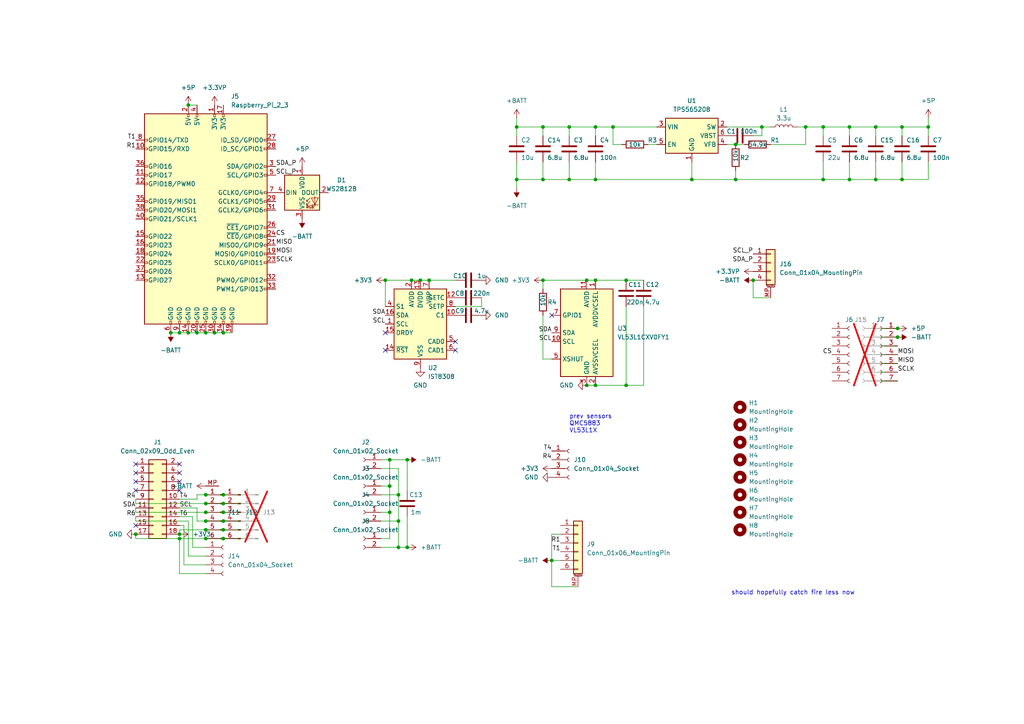
<source format=kicad_sch>
(kicad_sch (version 20230121) (generator eeschema)
  (paper "A4")
  (lib_symbols
    (symbol "Conn_01x06_Pin_1" (pin_names (offset 1.016) hide)
      (property "Reference" "J11" (at -1.27 0 0))
      (symbol "Conn_01x06_Pin_1_1_1"
        (pin passive line (at 5.08 5.08 180) (length 3.81) (name "Pin_1") (number "1"))
        (pin passive line (at 5.08 2.54 180) (length 3.81) (name "Pin_2") (number "2"))
        (pin passive line (at 5.08 0 180) (length 3.81) (name "Pin_3") (number "3"))
        (pin passive line (at 5.08 -2.54 180) (length 3.81) (name "Pin_4") (number "4"))
        (pin passive line (at 5.08 -5.08 180) (length 3.81) (name "Pin_5") (number "5"))
        (pin passive line (at 5.08 -7.62 180) (length 3.81) (name "Pin_6") (number "6"))
        (pin passive line (at 5.08 7.62 180) (length 3.81) (name "h") (number "MP"))
      )
    )
    (symbol "Connector:Conn_01x02_Socket" (pin_names (offset 1.016) hide)
      (property "Reference" "J" (at 0 2.54 0))
      (property "Value" "Conn_01x02_Socket" (at 0 -5.08 0))
      (symbol "Conn_01x02_Socket_1_1"
        (pin passive line (at -5.08 0 0) (length 3.81) (name "Pin_1") (number "1"))
        (pin passive line (at -5.08 -2.54 0) (length 3.81) (name "Pin_2") (number "2"))
      )
    )
    (symbol "Connector:Conn_01x04_Socket" (pin_names (offset 1.016) hide)
      (property "Reference" "J" (at 0 5.08 0))
      (property "Value" "Conn_01x04_Socket" (at 0 -7.62 0))
      (symbol "Conn_01x04_Socket_1_1"
        (pin passive line (at -5.08 2.54 0) (length 3.81) (name "Pin_1") (number "1"))
        (pin passive line (at -5.08 0 0) (length 3.81) (name "Pin_2") (number "2"))
        (pin passive line (at -5.08 -2.54 0) (length 3.81) (name "Pin_3") (number "3"))
        (pin passive line (at -5.08 -5.08 0) (length 3.81) (name "Pin_4") (number "4"))
      )
    )
    (symbol "Connector:Conn_01x06_Pin" (pin_names (offset 1.016) hide)
      (property "Reference" "J" (at 0 7.62 0))
      (property "Value" "Conn_01x06_Pin" (at 0 -10.16 0))
      (symbol "Conn_01x06_Pin_1_1"
        (pin passive line (at 5.08 5.08 180) (length 3.81) (name "Pin_1") (number "1"))
        (pin passive line (at 5.08 2.54 180) (length 3.81) (name "Pin_2") (number "2"))
        (pin passive line (at 5.08 0 180) (length 3.81) (name "Pin_3") (number "3"))
        (pin passive line (at 5.08 -2.54 180) (length 3.81) (name "Pin_4") (number "4"))
        (pin passive line (at 5.08 -5.08 180) (length 3.81) (name "Pin_5") (number "5"))
        (pin passive line (at 5.08 -7.62 180) (length 3.81) (name "Pin_6") (number "6"))
      )
    )
    (symbol "Connector:Conn_01x07_Socket" (pin_names (offset 1.016) hide)
      (property "Reference" "J" (at 0 10.16 0))
      (property "Value" "Conn_01x07_Socket" (at 0 -10.16 0))
      (symbol "Conn_01x07_Socket_1_1"
        (pin passive line (at -5.08 7.62 0) (length 3.81) (name "Pin_1") (number "1"))
        (pin passive line (at -5.08 5.08 0) (length 3.81) (name "Pin_2") (number "2"))
        (pin passive line (at -5.08 2.54 0) (length 3.81) (name "Pin_3") (number "3"))
        (pin passive line (at -5.08 0 0) (length 3.81) (name "Pin_4") (number "4"))
        (pin passive line (at -5.08 -2.54 0) (length 3.81) (name "Pin_5") (number "5"))
        (pin passive line (at -5.08 -5.08 0) (length 3.81) (name "Pin_6") (number "6"))
        (pin passive line (at -5.08 -7.62 0) (length 3.81) (name "Pin_7") (number "7"))
      )
    )
    (symbol "Connector:Raspberry_Pi_2_3" (pin_names (offset 1.016))
      (property "Reference" "J" (at -17.78 31.75 0))
      (property "Value" "Raspberry_Pi_2_3" (at 10.16 -31.75 0))
      (symbol "Raspberry_Pi_2_3_1_1"
        (pin power_in line (at 2.54 33.02 270) (length 2.54) (name "3V3") (number "1"))
        (pin bidirectional line (at -20.32 20.32 0) (length 2.54) (name "GPIO15/RXD") (number "10"))
        (pin bidirectional line (at -20.32 12.7 0) (length 2.54) (name "GPIO17") (number "11"))
        (pin bidirectional line (at -20.32 10.16 0) (length 2.54) (name "GPIO18/PWM0") (number "12"))
        (pin bidirectional line (at -20.32 -17.78 0) (length 2.54) (name "GPIO27") (number "13"))
        (pin power_in line (at -5.08 -33.02 90) (length 2.54) (name "GND") (number "14"))
        (pin bidirectional line (at -20.32 -5.08 0) (length 2.54) (name "GPIO22") (number "15"))
        (pin bidirectional line (at -20.32 -7.62 0) (length 2.54) (name "GPIO23") (number "16"))
        (pin power_in line (at 5.08 33.02 270) (length 2.54) (name "3V3") (number "17"))
        (pin bidirectional line (at -20.32 -10.16 0) (length 2.54) (name "GPIO24") (number "18"))
        (pin bidirectional line (at 20.32 -10.16 180) (length 2.54) (name "MOSI0/GPIO10") (number "19"))
        (pin power_in line (at -5.08 33.02 270) (length 2.54) (name "5V") (number "2"))
        (pin power_in line (at -2.54 -33.02 90) (length 2.54) (name "GND") (number "20"))
        (pin bidirectional line (at 20.32 -7.62 180) (length 2.54) (name "MISO0/GPIO9") (number "21"))
        (pin bidirectional line (at -20.32 -12.7 0) (length 2.54) (name "GPIO25") (number "22"))
        (pin bidirectional line (at 20.32 -12.7 180) (length 2.54) (name "SCLK0/GPIO11") (number "23"))
        (pin bidirectional line (at 20.32 -5.08 180) (length 2.54) (name "~{CE0}/GPIO8") (number "24"))
        (pin power_in line (at 0 -33.02 90) (length 2.54) (name "GND") (number "25"))
        (pin bidirectional line (at 20.32 -2.54 180) (length 2.54) (name "~{CE1}/GPIO7") (number "26"))
        (pin bidirectional line (at 20.32 22.86 180) (length 2.54) (name "ID_SD/GPIO0") (number "27"))
        (pin bidirectional line (at 20.32 20.32 180) (length 2.54) (name "ID_SC/GPIO1") (number "28"))
        (pin bidirectional line (at 20.32 5.08 180) (length 2.54) (name "GCLK1/GPIO5") (number "29"))
        (pin bidirectional line (at 20.32 15.24 180) (length 2.54) (name "SDA/GPIO2") (number "3"))
        (pin power_in line (at 2.54 -33.02 90) (length 2.54) (name "GND") (number "30"))
        (pin bidirectional line (at 20.32 2.54 180) (length 2.54) (name "GCLK2/GPIO6") (number "31"))
        (pin bidirectional line (at 20.32 -17.78 180) (length 2.54) (name "PWM0/GPIO12") (number "32"))
        (pin bidirectional line (at 20.32 -20.32 180) (length 2.54) (name "PWM1/GPIO13") (number "33"))
        (pin power_in line (at 5.08 -33.02 90) (length 2.54) (name "GND") (number "34"))
        (pin bidirectional line (at -20.32 5.08 0) (length 2.54) (name "GPIO19/MISO1") (number "35"))
        (pin bidirectional line (at -20.32 15.24 0) (length 2.54) (name "GPIO16") (number "36"))
        (pin bidirectional line (at -20.32 -15.24 0) (length 2.54) (name "GPIO26") (number "37"))
        (pin bidirectional line (at -20.32 2.54 0) (length 2.54) (name "GPIO20/MOSI1") (number "38"))
        (pin power_in line (at 7.62 -33.02 90) (length 2.54) (name "GND") (number "39"))
        (pin power_in line (at -2.54 33.02 270) (length 2.54) (name "5V") (number "4"))
        (pin bidirectional line (at -20.32 0 0) (length 2.54) (name "GPIO21/SCLK1") (number "40"))
        (pin bidirectional line (at 20.32 12.7 180) (length 2.54) (name "SCL/GPIO3") (number "5"))
        (pin power_in line (at -10.16 -33.02 90) (length 2.54) (name "GND") (number "6"))
        (pin bidirectional line (at 20.32 7.62 180) (length 2.54) (name "GCLK0/GPIO4") (number "7"))
        (pin bidirectional line (at -20.32 22.86 0) (length 2.54) (name "GPIO14/TXD") (number "8"))
        (pin power_in line (at -7.62 -33.02 90) (length 2.54) (name "GND") (number "9"))
      )
    )
    (symbol "Connector_Generic:Conn_02x09_Odd_Even" (pin_names (offset 1.016) hide)
      (property "Reference" "J" (at 1.27 12.7 0))
      (property "Value" "Conn_02x09_Odd_Even" (at 1.27 -12.7 0))
      (symbol "Conn_02x09_Odd_Even_1_1"
        (pin passive line (at -5.08 10.16 0) (length 3.81) (name "Pin_1") (number "1"))
        (pin passive line (at 7.62 0 180) (length 3.81) (name "Pin_10") (number "10"))
        (pin passive line (at -5.08 -2.54 0) (length 3.81) (name "Pin_11") (number "11"))
        (pin passive line (at 7.62 -2.54 180) (length 3.81) (name "Pin_12") (number "12"))
        (pin passive line (at -5.08 -5.08 0) (length 3.81) (name "Pin_13") (number "13"))
        (pin passive line (at 7.62 -5.08 180) (length 3.81) (name "Pin_14") (number "14"))
        (pin passive line (at -5.08 -7.62 0) (length 3.81) (name "Pin_15") (number "15"))
        (pin passive line (at 7.62 -7.62 180) (length 3.81) (name "Pin_16") (number "16"))
        (pin passive line (at -5.08 -10.16 0) (length 3.81) (name "Pin_17") (number "17"))
        (pin passive line (at 7.62 -10.16 180) (length 3.81) (name "Pin_18") (number "18"))
        (pin passive line (at 7.62 10.16 180) (length 3.81) (name "Pin_2") (number "2"))
        (pin passive line (at -5.08 7.62 0) (length 3.81) (name "Pin_3") (number "3"))
        (pin passive line (at 7.62 7.62 180) (length 3.81) (name "Pin_4") (number "4"))
        (pin passive line (at -5.08 5.08 0) (length 3.81) (name "Pin_5") (number "5"))
        (pin passive line (at 7.62 5.08 180) (length 3.81) (name "Pin_6") (number "6"))
        (pin passive line (at -5.08 2.54 0) (length 3.81) (name "Pin_7") (number "7"))
        (pin passive line (at 7.62 2.54 180) (length 3.81) (name "Pin_8") (number "8"))
        (pin passive line (at -5.08 0 0) (length 3.81) (name "Pin_9") (number "9"))
      )
    )
    (symbol "Connector_Generic_MountingPin:Conn_01x04_MountingPin" (pin_names (offset 1.016) hide)
      (property "Reference" "J" (at 0 5.08 0))
      (property "Value" "Conn_01x04_MountingPin" (at 1.27 -7.62 0))
      (symbol "Conn_01x04_MountingPin_1_1"
        (text "Mounting" (at 0 -6.731 0) (effects (font (size 0.381 0.381))))
        (pin passive line (at -5.08 2.54 0) (length 3.81) (name "Pin_1") (number "1"))
        (pin passive line (at -5.08 0 0) (length 3.81) (name "Pin_2") (number "2"))
        (pin passive line (at -5.08 -2.54 0) (length 3.81) (name "Pin_3") (number "3"))
        (pin passive line (at -5.08 -5.08 0) (length 3.81) (name "Pin_4") (number "4"))
        (pin passive line (at 0 -10.16 90) (length 3.048) (name "MountPin") (number "MP"))
      )
    )
    (symbol "Connector_Generic_MountingPin:Conn_01x06_MountingPin" (pin_names (offset 1.016) hide)
      (property "Reference" "J" (at 0 7.62 0))
      (property "Value" "Conn_01x06_MountingPin" (at 1.27 -10.16 0))
      (symbol "Conn_01x06_MountingPin_1_1"
        (text "Mounting" (at 0 -9.271 0) (effects (font (size 0.381 0.381))))
        (pin passive line (at -5.08 5.08 0) (length 3.81) (name "Pin_1") (number "1"))
        (pin passive line (at -5.08 2.54 0) (length 3.81) (name "Pin_2") (number "2"))
        (pin passive line (at -5.08 0 0) (length 3.81) (name "Pin_3") (number "3"))
        (pin passive line (at -5.08 -2.54 0) (length 3.81) (name "Pin_4") (number "4"))
        (pin passive line (at -5.08 -5.08 0) (length 3.81) (name "Pin_5") (number "5"))
        (pin passive line (at -5.08 -7.62 0) (length 3.81) (name "Pin_6") (number "6"))
        (pin passive line (at 0 -12.7 90) (length 3.048) (name "MountPin") (number "MP"))
      )
    )
    (symbol "Device:C" (pin_numbers hide) (pin_names (offset 0.254))
      (property "Reference" "C" (at 0.635 2.54 0))
      (property "Value" "C" (at 0.635 -2.54 0))
      (symbol "C_1_1"
        (pin passive line (at 0 3.81 270) (length 2.794) (name "~") (number "1"))
        (pin passive line (at 0 -3.81 90) (length 2.794) (name "~") (number "2"))
      )
    )
    (symbol "Device:L" (pin_numbers hide) (pin_names (offset 1.016) hide)
      (property "Reference" "L" (at -1.27 0 90))
      (property "Value" "L" (at 1.905 0 90))
      (symbol "L_1_1"
        (pin passive line (at 0 3.81 270) (length 1.27) (name "1") (number "1"))
        (pin passive line (at 0 -3.81 90) (length 1.27) (name "2") (number "2"))
      )
    )
    (symbol "Device:R" (pin_numbers hide) (pin_names (offset 0))
      (property "Reference" "R" (at 2.032 0 90))
      (property "Value" "R" (at 0 0 90))
      (symbol "R_1_1"
        (pin passive line (at 0 3.81 270) (length 1.27) (name "~") (number "1"))
        (pin passive line (at 0 -3.81 90) (length 1.27) (name "~") (number "2"))
      )
    )
    (symbol "LED:WS2812B" (pin_names (offset 0.254))
      (property "Reference" "D" (at 5.08 5.715 0))
      (property "Value" "WS2812B" (at 1.27 -5.715 0))
      (symbol "WS2812B_0_0"
        (text "RGB" (at 2.286 -4.191 0) (effects (font (size 0.762 0.762))))
      )
      (symbol "WS2812B_1_1"
        (pin power_in line (at 0 7.62 270) (length 2.54) (name "VDD") (number "1"))
        (pin output line (at 7.62 0 180) (length 2.54) (name "DOUT") (number "2"))
        (pin power_in line (at 0 -7.62 90) (length 2.54) (name "VSS") (number "3"))
        (pin input line (at -7.62 0 0) (length 2.54) (name "DIN") (number "4"))
      )
    )
    (symbol "Mechanical:MountingHole" (pin_names (offset 1.016))
      (property "Reference" "H" (at 0 5.08 0))
      (property "Value" "MountingHole" (at 0 3.175 0))
    )
    (symbol "Regulator_Switching:TPS565208"
      (property "Reference" "U" (at -7.62 6.35 0))
      (property "Value" "TPS565208" (at -2.54 6.35 0))
      (symbol "TPS565208_1_1"
        (pin power_in line (at 0 -7.62 90) (length 2.54) (name "GND") (number "1"))
        (pin output line (at 10.16 2.54 180) (length 2.54) (name "SW") (number "2"))
        (pin power_in line (at -10.16 2.54 0) (length 2.54) (name "VIN") (number "3"))
        (pin input line (at 10.16 -2.54 180) (length 2.54) (name "VFB") (number "4"))
        (pin input line (at -10.16 -2.54 0) (length 2.54) (name "EN") (number "5"))
        (pin passive line (at 10.16 0 180) (length 2.54) (name "VBST") (number "6"))
      )
    )
    (symbol "Sensor_Distance:VL53L1CXV0FY1"
      (property "Reference" "U" (at -6.35 13.97 0))
      (property "Value" "VL53L1CXV0FY1" (at 12.065 13.97 0))
      (symbol "VL53L1CXV0FY1_1_1"
        (pin power_in line (at 2.54 15.24 270) (length 2.54) (name "AVDDVCSEL") (number "1"))
        (pin input line (at -10.16 -2.54 0) (length 2.54) (name "SCL") (number "10"))
        (pin power_in line (at 0 15.24 270) (length 2.54) (name "AVDD") (number "11"))
        (pin passive line (at 0 -15.24 90) (length 2.54) hide (name "GND") (number "12"))
        (pin power_in line (at 2.54 -15.24 90) (length 2.54) (name "AVSSVCSEL") (number "2"))
        (pin power_in line (at 0 -15.24 90) (length 2.54) (name "GND") (number "3"))
        (pin passive line (at 0 -15.24 90) (length 2.54) hide (name "GND") (number "4"))
        (pin input line (at -10.16 -7.62 0) (length 2.54) (name "XSHUT") (number "5"))
        (pin passive line (at 0 -15.24 90) (length 2.54) hide (name "GND") (number "6"))
        (pin open_collector line (at -10.16 5.08 0) (length 2.54) (name "GPIO1") (number "7"))
        (pin no_connect line (at -7.62 7.62 0) (length 2.54) hide (name "DNC") (number "8"))
        (pin bidirectional line (at -10.16 0 0) (length 2.54) (name "SDA") (number "9"))
      )
    )
    (symbol "Sensor_Magnetic:IST8308"
      (property "Reference" "U2" (at 2.1941 -12.7 0))
      (property "Value" "IST8308" (at 2.1941 -15.24 0))
      (symbol "IST8308_1_1"
        (pin input line (at -10.16 0 0) (length 2.54) (name "SCL") (number "1"))
        (pin passive line (at 10.16 2.54 180) (length 2.54) (name "C1") (number "10"))
        (pin passive line (at 0 -12.7 90) (length 2.54) hide (name "VSS") (number "11"))
        (pin power_in line (at 10.16 7.62 180) (length 2.54) (name "SETC") (number "12"))
        (pin power_in line (at 0 12.7 270) (length 2.54) (name "DVDD") (number "13"))
        (pin input line (at -10.16 -7.62 0) (length 2.54) (name "~{RST}") (number "14"))
        (pin output line (at -10.16 -2.54 0) (length 2.54) (name "DRDY") (number "15"))
        (pin bidirectional line (at -10.16 2.54 0) (length 2.54) (name "SDA") (number "16"))
        (pin power_in line (at -2.54 12.7 270) (length 2.54) (name "AVDD") (number "2"))
        (pin no_connect line (at -7.62 7.62 0) (length 2.54) hide (name "NC") (number "3"))
        (pin power_in line (at -10.16 5.08 0) (length 2.54) (name "S1") (number "4"))
        (pin input line (at 10.16 -5.08 180) (length 2.54) (name "CAD0") (number "5"))
        (pin input line (at 10.16 -7.62 180) (length 2.54) (name "CAD1") (number "6"))
        (pin passive line (at 2.54 12.7 270) (length 2.54) (name "VPP") (number "7"))
        (pin power_in line (at 10.16 5.08 180) (length 2.54) (name "SETP") (number "8"))
        (pin power_in line (at 0 -12.7 90) (length 2.54) (name "VSS") (number "9"))
      )
    )
    (symbol "power:+3.3VP" (power) (pin_names (offset 0))
      (property "Value" "+3.3VP" (at 0 2.54 0))
      (symbol "+3.3VP_0_0"
        (pin power_in line (at 0 0 90) (length 0) hide (name "+3.3VP") (number "1"))
      )
    )
    (symbol "power:+3V3" (power) (pin_names (offset 0))
      (property "Value" "+3V3" (at 0 3.556 0))
      (symbol "+3V3_1_1"
        (pin power_in line (at 0 0 90) (length 0) hide (name "+3V3") (number "1"))
      )
    )
    (symbol "power:+5P" (power) (pin_names (offset 0))
      (property "Value" "+5P" (at 0 3.556 0))
      (symbol "+5P_1_1"
        (pin power_in line (at 0 0 90) (length 0) hide (name "+5P") (number "1"))
      )
    )
    (symbol "power:+BATT" (power) (pin_names (offset 0))
      (property "Value" "+BATT" (at 0 3.556 0))
      (symbol "+BATT_1_1"
        (pin power_in line (at 0 0 90) (length 0) hide (name "+BATT") (number "1"))
      )
    )
    (symbol "power:-BATT" (power) (pin_names (offset 0))
      (property "Value" "-BATT" (at 0 3.556 0))
      (symbol "-BATT_1_1"
        (pin power_in line (at 0 0 90) (length 0) hide (name "-BATT") (number "1"))
      )
    )
    (symbol "power:GND" (power) (pin_names (offset 0))
      (property "Value" "GND" (at 0 -3.81 0))
      (symbol "GND_1_1"
        (pin power_in line (at 0 0 270) (length 0) hide (name "GND") (number "1"))
      )
    )
  )
  (junction (at 64.77 143.51))
  (junction (at 52.07 156.21))
  (junction (at 113.03 148.59))
  (junction (at 170.18 111.76))
  (junction (at 254 52.07))
  (junction (at 64.77 148.59))
  (junction (at 177.8 36.83))
  (junction (at 59.69 146.05))
  (junction (at 260.35 95.25))
  (junction (at 181.61 81.28))
  (junction (at 57.15 96.52))
  (junction (at 165.1 36.83))
  (junction (at 115.57 151.13))
  (junction (at 64.77 96.52))
  (junction (at 172.72 36.83))
  (junction (at 213.36 41.91))
  (junction (at 111.76 81.28))
  (junction (at 218.44 81.28))
  (junction (at 59.69 153.67))
  (junction (at 59.69 156.21))
  (junction (at 160.02 162.56))
  (junction (at 149.86 36.83))
  (junction (at 49.53 96.52))
  (junction (at 124.46 81.28))
  (junction (at 246.38 36.83))
  (junction (at 157.48 36.83))
  (junction (at 113.03 133.35))
  (junction (at 238.76 52.07))
  (junction (at 157.48 81.28))
  (junction (at 52.07 154.94))
  (junction (at 59.69 151.13))
  (junction (at 172.72 111.76))
  (junction (at 261.62 52.07))
  (junction (at 261.62 36.83))
  (junction (at 181.61 111.76))
  (junction (at 165.1 52.07))
  (junction (at 113.03 140.97))
  (junction (at 172.72 81.28))
  (junction (at 39.37 154.94))
  (junction (at 213.36 52.07))
  (junction (at 59.69 96.52))
  (junction (at 115.57 158.75))
  (junction (at 54.61 96.52))
  (junction (at 260.35 97.79))
  (junction (at 59.69 148.59))
  (junction (at 238.76 36.83))
  (junction (at 64.77 146.05))
  (junction (at 54.61 30.48))
  (junction (at 52.07 96.52))
  (junction (at 170.18 81.28))
  (junction (at 64.77 151.13))
  (junction (at 119.38 81.28))
  (junction (at 157.48 52.07))
  (junction (at 172.72 52.07))
  (junction (at 220.98 36.83))
  (junction (at 115.57 143.51))
  (junction (at 118.11 158.75))
  (junction (at 121.92 81.28))
  (junction (at 246.38 52.07))
  (junction (at 118.11 133.35))
  (junction (at 149.86 52.07))
  (junction (at 62.23 96.52))
  (junction (at 269.24 36.83))
  (junction (at 64.77 153.67))
  (junction (at 233.68 36.83))
  (junction (at 64.77 156.21))
  (junction (at 254 36.83))
  (junction (at 59.69 143.51))
  (junction (at 200.66 52.07))
  (no_connect (at 132.08 99.06))
  (no_connect (at 160.02 91.44))
  (no_connect (at 39.37 139.7))
  (no_connect (at 39.37 152.4))
  (no_connect (at 52.07 139.7))
  (no_connect (at 39.37 134.62))
  (no_connect (at 52.07 134.62))
  (no_connect (at 111.76 101.6))
  (no_connect (at 132.08 101.6))
  (no_connect (at 52.07 142.24))
  (no_connect (at 111.76 96.52))
  (no_connect (at 39.37 142.24))
  (no_connect (at 39.37 137.16))
  (no_connect (at 52.07 137.16))
  (wire (pts (xy 177.8 36.83) (xy 190.5 36.83)))
  (wire (pts (xy 213.36 41.91) (xy 215.9 41.91)))
  (wire (pts (xy 261.62 46.99) (xy 261.62 52.07)))
  (wire (pts (xy 111.76 81.28) (xy 119.38 81.28)))
  (wire (pts (xy 255.27 100.33) (xy 260.35 100.33)))
  (wire (pts (xy 255.27 95.25) (xy 260.35 95.25)))
  (wire (pts (xy 246.38 36.83) (xy 246.38 39.37)))
  (wire (pts (xy 246.38 52.07) (xy 254 52.07)))
  (wire (pts (xy 110.49 158.75) (xy 115.57 158.75)))
  (wire (pts (xy 180.34 41.91) (xy 177.8 41.91)))
  (wire (pts (xy 233.68 36.83) (xy 231.14 36.83)))
  (wire (pts (xy 132.08 88.9) (xy 139.7 88.9)))
  (wire (pts (xy 165.1 36.83) (xy 157.48 36.83)))
  (wire (pts (xy 59.69 96.52) (xy 62.23 96.52)))
  (wire (pts (xy 157.48 83.82) (xy 157.48 81.28)))
  (wire (pts (xy 186.69 111.76) (xy 186.69 88.9)))
  (wire (pts (xy 149.86 36.83) (xy 149.86 39.37)))
  (wire (pts (xy 57.15 147.32) (xy 57.15 151.13)))
  (wire (pts (xy 157.48 36.83) (xy 157.48 39.37)))
  (wire (pts (xy 172.72 36.83) (xy 172.72 39.37)))
  (wire (pts (xy 255.27 102.87) (xy 260.35 102.87)))
  (wire (pts (xy 172.72 81.28) (xy 181.61 81.28)))
  (wire (pts (xy 110.49 133.35) (xy 113.03 133.35)))
  (wire (pts (xy 238.76 36.83) (xy 246.38 36.83)))
  (wire (pts (xy 157.48 52.07) (xy 157.48 46.99)))
  (wire (pts (xy 39.37 154.94) (xy 39.37 156.21)))
  (wire (pts (xy 64.77 153.67) (xy 69.85 153.67)))
  (wire (pts (xy 59.69 143.51) (xy 64.77 143.51)))
  (wire (pts (xy 149.86 52.07) (xy 149.86 54.61)))
  (wire (pts (xy 254 39.37) (xy 254 36.83)))
  (wire (pts (xy 223.52 86.36) (xy 218.44 86.36)))
  (wire (pts (xy 238.76 36.83) (xy 238.76 39.37)))
  (wire (pts (xy 52.07 147.32) (xy 57.15 147.32)))
  (wire (pts (xy 39.37 156.21) (xy 52.07 156.21)))
  (wire (pts (xy 52.07 153.67) (xy 52.07 154.94)))
  (wire (pts (xy 59.69 153.67) (xy 52.07 153.67)))
  (wire (pts (xy 54.61 151.13) (xy 54.61 161.29)))
  (wire (pts (xy 52.07 166.37) (xy 59.69 166.37)))
  (wire (pts (xy 49.53 96.52) (xy 52.07 96.52)))
  (wire (pts (xy 124.46 81.28) (xy 132.08 81.28)))
  (wire (pts (xy 62.23 96.52) (xy 64.77 96.52)))
  (wire (pts (xy 210.82 36.83) (xy 220.98 36.83)))
  (wire (pts (xy 59.69 153.67) (xy 64.77 153.67)))
  (wire (pts (xy 181.61 111.76) (xy 186.69 111.76)))
  (wire (pts (xy 149.86 36.83) (xy 157.48 36.83)))
  (wire (pts (xy 52.07 144.78) (xy 57.15 144.78)))
  (wire (pts (xy 157.48 52.07) (xy 165.1 52.07)))
  (wire (pts (xy 118.11 133.35) (xy 118.11 142.24)))
  (wire (pts (xy 160.02 162.56) (xy 160.02 154.94)))
  (wire (pts (xy 52.07 156.21) (xy 59.69 156.21)))
  (wire (pts (xy 269.24 46.99) (xy 269.24 52.07)))
  (wire (pts (xy 254 36.83) (xy 261.62 36.83)))
  (wire (pts (xy 255.27 110.49) (xy 260.35 110.49)))
  (wire (pts (xy 238.76 46.99) (xy 238.76 52.07)))
  (wire (pts (xy 139.7 88.9) (xy 139.7 86.36)))
  (wire (pts (xy 115.57 158.75) (xy 118.11 158.75)))
  (wire (pts (xy 39.37 144.78) (xy 39.37 146.05)))
  (wire (pts (xy 220.98 39.37) (xy 220.98 36.83)))
  (wire (pts (xy 64.77 148.59) (xy 69.85 148.59)))
  (wire (pts (xy 269.24 36.83) (xy 269.24 39.37)))
  (wire (pts (xy 170.18 81.28) (xy 172.72 81.28)))
  (wire (pts (xy 165.1 46.99) (xy 165.1 52.07)))
  (wire (pts (xy 54.61 30.48) (xy 57.15 30.48)))
  (wire (pts (xy 115.57 143.51) (xy 115.57 151.13)))
  (wire (pts (xy 177.8 41.91) (xy 177.8 36.83)))
  (wire (pts (xy 149.86 34.29) (xy 149.86 36.83)))
  (wire (pts (xy 172.72 36.83) (xy 165.1 36.83)))
  (wire (pts (xy 233.68 36.83) (xy 238.76 36.83)))
  (wire (pts (xy 55.88 149.86) (xy 55.88 158.75)))
  (wire (pts (xy 39.37 151.13) (xy 54.61 151.13)))
  (wire (pts (xy 64.77 146.05) (xy 69.85 146.05)))
  (wire (pts (xy 64.77 151.13) (xy 69.85 151.13)))
  (wire (pts (xy 172.72 52.07) (xy 200.66 52.07)))
  (wire (pts (xy 218.44 86.36) (xy 218.44 81.28)))
  (wire (pts (xy 53.34 163.83) (xy 59.69 163.83)))
  (wire (pts (xy 149.86 46.99) (xy 149.86 52.07)))
  (wire (pts (xy 181.61 88.9) (xy 181.61 111.76)))
  (wire (pts (xy 57.15 96.52) (xy 59.69 96.52)))
  (wire (pts (xy 157.48 91.44) (xy 157.48 104.14)))
  (wire (pts (xy 177.8 36.83) (xy 172.72 36.83)))
  (wire (pts (xy 246.38 52.07) (xy 246.38 46.99)))
  (wire (pts (xy 59.69 148.59) (xy 64.77 148.59)))
  (wire (pts (xy 246.38 36.83) (xy 254 36.83)))
  (wire (pts (xy 59.69 146.05) (xy 64.77 146.05)))
  (wire (pts (xy 119.38 81.28) (xy 121.92 81.28)))
  (wire (pts (xy 53.34 152.4) (xy 53.34 163.83)))
  (wire (pts (xy 54.61 161.29) (xy 59.69 161.29)))
  (wire (pts (xy 110.49 148.59) (xy 113.03 148.59)))
  (wire (pts (xy 57.15 144.78) (xy 57.15 143.51)))
  (wire (pts (xy 59.69 156.21) (xy 64.77 156.21)))
  (wire (pts (xy 115.57 135.89) (xy 115.57 143.51)))
  (wire (pts (xy 213.36 49.53) (xy 213.36 52.07)))
  (wire (pts (xy 165.1 52.07) (xy 172.72 52.07)))
  (wire (pts (xy 64.77 96.52) (xy 67.31 96.52)))
  (wire (pts (xy 172.72 46.99) (xy 172.72 52.07)))
  (wire (pts (xy 255.27 97.79) (xy 260.35 97.79)))
  (wire (pts (xy 160.02 162.56) (xy 162.56 162.56)))
  (wire (pts (xy 39.37 147.32) (xy 39.37 148.59)))
  (wire (pts (xy 170.18 111.76) (xy 172.72 111.76)))
  (wire (pts (xy 149.86 52.07) (xy 157.48 52.07)))
  (wire (pts (xy 59.69 151.13) (xy 64.77 151.13)))
  (wire (pts (xy 39.37 149.86) (xy 39.37 151.13)))
  (wire (pts (xy 64.77 143.51) (xy 69.85 143.51)))
  (wire (pts (xy 118.11 149.86) (xy 118.11 158.75)))
  (wire (pts (xy 254 52.07) (xy 261.62 52.07)))
  (wire (pts (xy 54.61 96.52) (xy 57.15 96.52)))
  (wire (pts (xy 255.27 107.95) (xy 260.35 107.95)))
  (wire (pts (xy 210.82 41.91) (xy 213.36 41.91)))
  (wire (pts (xy 110.49 151.13) (xy 115.57 151.13)))
  (wire (pts (xy 110.49 140.97) (xy 113.03 140.97)))
  (wire (pts (xy 261.62 36.83) (xy 261.62 39.37)))
  (wire (pts (xy 113.03 148.59) (xy 113.03 140.97)))
  (wire (pts (xy 261.62 36.83) (xy 269.24 36.83)))
  (wire (pts (xy 255.27 105.41) (xy 260.35 105.41)))
  (wire (pts (xy 165.1 36.83) (xy 165.1 39.37)))
  (wire (pts (xy 223.52 41.91) (xy 233.68 41.91)))
  (wire (pts (xy 52.07 149.86) (xy 55.88 149.86)))
  (wire (pts (xy 218.44 39.37) (xy 220.98 39.37)))
  (wire (pts (xy 254 46.99) (xy 254 52.07)))
  (wire (pts (xy 157.48 81.28) (xy 170.18 81.28)))
  (wire (pts (xy 55.88 158.75) (xy 59.69 158.75)))
  (wire (pts (xy 121.92 81.28) (xy 124.46 81.28)))
  (wire (pts (xy 113.03 140.97) (xy 113.03 133.35)))
  (wire (pts (xy 160.02 154.94) (xy 162.56 154.94)))
  (wire (pts (xy 160.02 170.18) (xy 167.64 170.18)))
  (wire (pts (xy 181.61 81.28) (xy 186.69 81.28)))
  (wire (pts (xy 213.36 52.07) (xy 238.76 52.07)))
  (wire (pts (xy 39.37 146.05) (xy 59.69 146.05)))
  (wire (pts (xy 200.66 52.07) (xy 213.36 52.07)))
  (wire (pts (xy 110.49 156.21) (xy 113.03 156.21)))
  (wire (pts (xy 113.03 133.35) (xy 118.11 133.35)))
  (wire (pts (xy 115.57 158.75) (xy 115.57 151.13)))
  (wire (pts (xy 160.02 162.56) (xy 160.02 170.18)))
  (wire (pts (xy 110.49 143.51) (xy 115.57 143.51)))
  (wire (pts (xy 57.15 151.13) (xy 59.69 151.13)))
  (wire (pts (xy 233.68 41.91) (xy 233.68 36.83)))
  (wire (pts (xy 220.98 36.83) (xy 223.52 36.83)))
  (wire (pts (xy 52.07 156.21) (xy 52.07 166.37)))
  (wire (pts (xy 52.07 152.4) (xy 53.34 152.4)))
  (wire (pts (xy 110.49 135.89) (xy 115.57 135.89)))
  (wire (pts (xy 111.76 88.9) (xy 111.76 81.28)))
  (wire (pts (xy 172.72 111.76) (xy 181.61 111.76)))
  (wire (pts (xy 261.62 52.07) (xy 269.24 52.07)))
  (wire (pts (xy 238.76 52.07) (xy 246.38 52.07)))
  (wire (pts (xy 39.37 148.59) (xy 59.69 148.59)))
  (wire (pts (xy 157.48 104.14) (xy 160.02 104.14)))
  (wire (pts (xy 200.66 46.99) (xy 200.66 52.07)))
  (wire (pts (xy 187.96 41.91) (xy 190.5 41.91)))
  (wire (pts (xy 64.77 156.21) (xy 69.85 156.21)))
  (wire (pts (xy 57.15 143.51) (xy 59.69 143.51)))
  (wire (pts (xy 52.07 96.52) (xy 54.61 96.52)))
  (wire (pts (xy 269.24 34.29) (xy 269.24 36.83)))
  (wire (pts (xy 113.03 156.21) (xy 113.03 148.59)))
  (text "prev sensors\nQMC5883\nVL53L1X" (at 165.1 125.73 0) (effects (font (size 1.27 1.27)) (justify left bottom)))
  (text "should hopefully catch fire less now" (at 212.09 172.72 0) (effects (font (size 1.27 1.27)) (justify left bottom)))
  (label "R6" (at 39.37 149.86 180))
  (label "SDA" (at 160.02 96.52 180))
  (label "R4" (at 39.37 144.78 180))
  (label "T1" (at 162.56 160.02 180))
  (label "R4" (at 160.02 133.35 180))
  (label "T4" (at 52.07 144.78 0))
  (label "T6" (at 52.07 149.86 0))
  (label "CS" (at 241.3 102.87 180))
  (label "SCL" (at 52.07 147.32 0))
  (label "R1" (at 162.56 157.48 180))
  (label "MISO" (at 260.35 105.41 0))
  (label "SDA_P" (at 80.01 48.26 0))
  (label "SCL_P" (at 80.01 50.8 0))
  (label "SCL_P" (at 218.44 73.66 180))
  (label "SCLK" (at 80.01 76.2 0))
  (label "SCL" (at 160.02 99.06 180))
  (label "SDA_P" (at 218.44 76.2 180))
  (label "MOSI" (at 80.01 73.66 0))
  (label "MISO" (at 80.01 71.12 0))
  (label "SCL" (at 111.76 93.98 180))
  (label "T4" (at 160.02 130.81 180))
  (label "MOSI" (at 260.35 102.87 0))
  (label "CS" (at 80.01 68.58 0))
  (label "SDA" (at 111.76 91.44 180))
  (label "R1" (at 39.37 43.18 180))
  (label "T1" (at 39.37 40.64 180))
  (label "SCLK" (at 260.35 107.95 0))
  (label "SDA" (at 39.37 147.32 180))
  (symbol (lib_id "Connector:Conn_01x04_Socket") (at 64.77 161.29 0) (unit 1)
    (property "Reference" "J14" (at 66.04 161.29 0) (effects (justify left)))
    (property "Value" "Conn_01x04_Socket" (at 66.04 163.83 0) (effects (justify left)))
    (property "Footprint" "Connector_PinSocket_2.54mm:PinSocket_1x04_P2.54mm_Vertical" (effects hide))
  )
  (symbol (lib_id "Device:L") (at 227.33 36.83 90) (unit 1)
    (property "Reference" "L1" (at 227.33 31.75 90))
    (property "Value" "3.3u" (at 227.33 34.29 90))
    (property "Footprint" "Inductor_SMD:L_Sunlord_MWSA0603S" (effects hide))
  )
  (symbol (lib_id "Mechanical:MountingHole") (at 214.63 123.19 0) (unit 1)
    (property "Reference" "H2" (at 217.17 121.92 0) (effects (justify left)))
    (property "Value" "MountingHole" (at 217.17 124.46 0) (effects (justify left)))
    (property "Footprint" "MountingHole:MountingHole_2.2mm_M2" (effects hide))
  )
  (symbol (lib_id "Connector:Conn_01x02_Socket") (at 105.41 140.97 0) (mirror y) (unit 1)
    (property "Reference" "J3" (at 106.045 135.89 0))
    (property "Value" "Conn_01x02_Socket" (at 106.045 138.43 0))
    (property "Footprint" "RCconn:XT-60_male" (effects hide))
  )
  (symbol (lib_id "power:+3.3VP") (at 218.44 78.74 90) (unit 1)
    (property "Reference" "#PWR025" (effects hide))
    (property "Value" "+3.3VP" (at 214.63 78.74 90) (effects (justify left)))
  )
  (symbol (lib_id "power:-BATT") (at 49.53 96.52 180) (unit 1)
    (property "Reference" "#PWR08" (effects hide))
    (property "Value" "-BATT" (at 49.53 101.6 0))
  )
  (symbol (lib_id "Connector:Conn_01x02_Socket") (at 105.41 133.35 0) (mirror y) (unit 1)
    (property "Reference" "J2" (at 106.045 128.27 0))
    (property "Value" "Conn_01x02_Socket" (at 106.045 130.81 0))
    (property "Footprint" "RCconn:XT-60_male" (effects hide))
  )
  (symbol (lib_id "power:GND") (at 139.7 81.28 90) (unit 1)
    (property "Reference" "#PWR017" (effects hide))
    (property "Value" "GND" (at 143.51 81.28 90) (effects (justify right)))
  )
  (symbol (lib_id "Mechanical:MountingHole") (at 214.63 148.59 0) (unit 1)
    (property "Reference" "H7" (at 217.17 147.32 0) (effects (justify left)))
    (property "Value" "MountingHole" (at 217.17 149.86 0) (effects (justify left)))
    (property "Footprint" "MountingHole:MountingHole_4.3mm_M4" (effects hide))
  )
  (symbol (lib_id "Device:C") (at 135.89 91.44 90) (unit 1)
    (property "Reference" "C9" (at 133.35 90.17 90))
    (property "Value" "4.7u" (at 139.7 90.17 90))
    (property "Footprint" "Resistor_SMD:R_0603_1608Metric" (effects hide))
  )
  (symbol (lib_id "Device:R") (at 213.36 45.72 180) (unit 1)
    (property "Reference" "R2" (at 214.63 45.72 0) (effects (justify right)))
    (property "Value" "10k" (at 213.36 46.99 90) (effects (justify right)))
    (property "Footprint" "Resistor_SMD:R_0402_1005Metric" (effects hide))
  )
  (symbol (lib_id "Connector_Generic:Conn_02x09_Odd_Even") (at 44.45 144.78 0) (unit 1)
    (property "Reference" "J1" (at 45.72 128.27 0))
    (property "Value" "Conn_02x09_Odd_Even" (at 45.72 130.81 0))
    (property "Footprint" "Connector_PinHeader_2.54mm:PinHeader_2x09_P2.54mm_Vertical" (effects hide))
  )
  (symbol (lib_id "Sensor_Magnetic:IST8308") (at 121.92 93.98 0) (unit 1)
    (property "Reference" "U2" (at 124.1141 106.68 0) (effects (justify left)))
    (property "Value" "IST8308" (at 124.1141 109.22 0) (effects (justify left)))
    (property "Footprint" "Package_LGA:LGA-16_3x3mm_P0.5mm" (effects hide))
    (property "Datasheet" "http://www.isentek.com/en/dlf.php?file=../ISENTEK/(201703-20)IST8308%20Datasheet%20v1.0_brief.pdf" (effects hide))
  )
  (symbol (lib_id "power:-BATT") (at 149.86 54.61 180) (unit 1)
    (property "Reference" "#PWR07" (effects hide))
    (property "Value" "-BATT" (at 149.86 59.69 0))
  )
  (symbol (lib_id "Connector:Conn_01x02_Socket") (at 105.41 148.59 0) (mirror y) (unit 1)
    (property "Reference" "J4" (at 106.045 143.51 0))
    (property "Value" "Conn_01x02_Socket" (at 106.045 146.05 0))
    (property "Footprint" "RCconn:XT-60_male" (effects hide))
  )
  (symbol (lib_id "Device:C") (at 165.1 43.18 0) (unit 1)
    (property "Reference" "C3" (at 166.37 40.64 0) (effects (justify left)))
    (property "Value" "6.8u" (at 166.37 45.72 0) (effects (justify left)))
    (property "Footprint" "Capacitor_SMD:C_0805_2012Metric" (effects hide))
  )
  (symbol (lib_id "Connector:Conn_01x02_Socket") (at 105.41 156.21 0) (mirror y) (unit 1)
    (property "Reference" "J8" (at 106.045 151.13 0))
    (property "Value" "Conn_01x02_Socket" (at 106.045 153.67 0))
    (property "Footprint" "RCconn:XT-60_male" (effects hide))
  )
  (symbol (lib_id "Mechanical:MountingHole") (at 214.63 153.67 0) (unit 1)
    (property "Reference" "H8" (at 217.17 152.4 0) (effects (justify left)))
    (property "Value" "MountingHole" (at 217.17 154.94 0) (effects (justify left)))
    (property "Footprint" "MountingHole:MountingHole_4.3mm_M4" (effects hide))
  )
  (symbol (lib_id "power:-BATT") (at 218.44 81.28 90) (unit 1)
    (property "Reference" "#PWR026" (effects hide))
    (property "Value" "-BATT" (at 214.63 81.28 90) (effects (justify left)))
  )
  (symbol (lib_id "Regulator_Switching:TPS565208") (at 200.66 39.37 0) (unit 1)
    (property "Reference" "U1" (at 200.66 29.21 0))
    (property "Value" "TPS565208" (at 200.66 31.75 0))
    (property "Footprint" "Package_TO_SOT_SMD:SOT-23-6" (effects hide))
    (property "Datasheet" "http://www.ti.com/lit/ds/symlink/tps565208.pdf" (effects hide))
  )
  (symbol (lib_id "power:+5P") (at 269.24 34.29 0) (unit 1)
    (property "Reference" "#PWR04" (effects hide))
    (property "Value" "+5P" (at 269.24 29.21 0))
  )
  (symbol (lib_id "Device:C") (at 214.63 39.37 90) (unit 1)
    (property "Reference" "C1" (at 212.09 38.1 90))
    (property "Value" "100n" (at 217.17 38.1 90))
    (property "Footprint" "Capacitor_SMD:C_0402_1005Metric" (effects hide))
  )
  (symbol (lib_id "power:+5P") (at 87.63 48.26 0) (unit 1)
    (property "Reference" "#PWR023" (effects hide))
    (property "Value" "+5P" (at 87.63 43.18 0))
  )
  (symbol (lib_id "Connector:Conn_01x06_Pin") (at 74.93 148.59 0) (mirror y) (unit 1) (on_board no) (dnp yes)
    (property "Reference" "J13" (at 76.2 148.59 0) (effects (justify right)))
    (property "Value" "Conn_01x06_Pin" (effects hide))
    (property "Footprint" "Connector_FFC-FPC:TE_84952-6_1x06-1MP_P1.0mm_Horizontal" (effects hide))
  )
  (symbol (lib_id "power:-BATT") (at 260.35 97.79 270) (unit 1)
    (property "Reference" "#PWR09" (effects hide))
    (property "Value" "-BATT" (at 264.16 97.79 90) (effects (justify left)))
  )
  (symbol (lib_id "Mechanical:MountingHole") (at 214.63 133.35 0) (unit 1)
    (property "Reference" "H4" (at 217.17 132.08 0) (effects (justify left)))
    (property "Value" "MountingHole" (at 217.17 134.62 0) (effects (justify left)))
    (property "Footprint" "MountingHole:MountingHole_2.2mm_M2" (effects hide))
  )
  (symbol (lib_id "power:GND") (at 139.7 91.44 90) (unit 1)
    (property "Reference" "#PWR016" (effects hide))
    (property "Value" "GND" (at 143.51 91.44 90) (effects (justify right)))
  )
  (symbol (lib_id "Connector:Conn_01x07_Socket") (at 250.19 102.87 0) (mirror y) (unit 1) (on_board no) (dnp yes)
    (property "Reference" "J15" (at 251.46 92.71 0) (effects (justify left)))
    (property "Value" "Conn_01x07_Socket" (effects hide))
    (property "Footprint" "Connector_PinSocket_2.54mm:PinSocket_1x07_P2.54mm_Vertical_SMD_Pin1Left" (effects hide))
  )
  (symbol (lib_id "Sensor_Distance:VL53L1CXV0FY1") (at 170.18 96.52 0) (unit 1)
    (property "Reference" "U3" (at 179.07 95.25 0) (effects (justify left)))
    (property "Value" "VL53L1CXV0FY1" (at 179.07 97.79 0) (effects (justify left)))
    (property "Footprint" "Sensor_Distance:ST_VL53L1x" (effects hide))
    (property "Datasheet" "https://www.st.com/resource/en/datasheet/vl53l1x.pdf" (effects hide))
  )
  (symbol (lib_id "power:+5P") (at 260.35 95.25 270) (unit 1)
    (property "Reference" "#PWR05" (effects hide))
    (property "Value" "+5P" (at 264.16 95.25 90) (effects (justify left)))
  )
  (symbol (lib_id "Device:C") (at 238.76 43.18 0) (unit 1)
    (property "Reference" "C5" (at 240.03 40.64 0) (effects (justify left)))
    (property "Value" "22u" (at 240.03 45.72 0) (effects (justify left)))
    (property "Footprint" "Capacitor_SMD:CP_Elec_5x5.4" (effects hide))
  )
  (symbol (lib_id "power:-BATT") (at 87.63 63.5 180) (unit 1)
    (property "Reference" "#PWR024" (effects hide))
    (property "Value" "-BATT" (at 87.63 68.58 0))
  )
  (symbol (lib_id "LED:WS2812B") (at 87.63 55.88 0) (unit 1)
    (property "Reference" "D1" (at 99.06 52.2321 0))
    (property "Value" "WS2812B" (at 99.06 54.7721 0))
    (property "Footprint" "LED_SMD:LED_WS2812B-2020_PLCC4_2.0x2.0mm" (effects hide))
    (property "Datasheet" "https://cdn-shop.adafruit.com/datasheets/WS2812B.pdf" (effects hide))
  )
  (symbol (lib_id "Mechanical:MountingHole") (at 214.63 138.43 0) (unit 1)
    (property "Reference" "H5" (at 217.17 137.16 0) (effects (justify left)))
    (property "Value" "MountingHole" (at 217.17 139.7 0) (effects (justify left)))
    (property "Footprint" "MountingHole:MountingHole_4.3mm_M4" (effects hide))
  )
  (symbol (lib_id "Device:C") (at 269.24 43.18 0) (unit 1)
    (property "Reference" "C7" (at 270.51 40.64 0) (effects (justify left)))
    (property "Value" "100n" (at 270.51 45.72 0) (effects (justify left)))
    (property "Footprint" "Capacitor_SMD:C_0402_1005Metric" (effects hide))
  )
  (symbol (lib_id "power:GND") (at 160.02 138.43 270) (unit 1)
    (property "Reference" "#PWR015" (effects hide))
    (property "Value" "GND" (at 156.21 138.43 90) (effects (justify right)))
  )
  (symbol (lib_id "Device:C") (at 157.48 43.18 0) (unit 1)
    (property "Reference" "C14" (at 158.75 40.64 0) (effects (justify left)))
    (property "Value" "6.8u" (at 158.75 45.72 0) (effects (justify left)))
    (property "Footprint" "Capacitor_SMD:C_0805_2012Metric" (effects hide))
  )
  (symbol (lib_id "power:+BATT") (at 118.11 158.75 270) (unit 1)
    (property "Reference" "#PWR010" (effects hide))
    (property "Value" "+BATT" (at 121.92 158.75 90) (effects (justify left)))
  )
  (symbol (lib_id "Connector_Generic_MountingPin:Conn_01x06_MountingPin") (at 167.64 157.48 0) (unit 1)
    (property "Reference" "J9" (at 170.18 157.8356 0) (effects (justify left)))
    (property "Value" "Conn_01x06_MountingPin" (at 170.18 160.3756 0) (effects (justify left)))
    (property "Footprint" "Connector_JST:JST_SH_SM06B-SRSS-TB_1x06-1MP_P1.00mm_Horizontal" (effects hide))
  )
  (symbol (lib_id "power:+3V3") (at 111.76 81.28 90) (unit 1)
    (property "Reference" "#PWR018" (effects hide))
    (property "Value" "+3V3" (at 107.95 81.28 90) (effects (justify left)))
  )
  (symbol (lib_id "Device:C") (at 186.69 85.09 0) (unit 1)
    (property "Reference" "C12" (at 189.23 82.55 0))
    (property "Value" "4.7u" (at 189.23 87.63 0))
    (property "Footprint" "Resistor_SMD:R_0603_1608Metric" (effects hide))
  )
  (symbol (lib_id "Mechanical:MountingHole") (at 214.63 128.27 0) (unit 1)
    (property "Reference" "H3" (at 217.17 127 0) (effects (justify left)))
    (property "Value" "MountingHole" (at 217.17 129.54 0) (effects (justify left)))
    (property "Footprint" "MountingHole:MountingHole_2.2mm_M2" (effects hide))
  )
  (symbol (lib_id "Device:C") (at 118.11 146.05 0) (unit 1)
    (property "Reference" "C13" (at 120.65 143.51 0))
    (property "Value" "1m" (at 120.65 148.59 0))
    (property "Footprint" "Capacitor_THT:CP_Radial_D8.0mm_P5.00mm" (effects hide))
  )
  (symbol (lib_id "Connector:Raspberry_Pi_2_3") (at 59.69 63.5 0) (unit 1)
    (property "Reference" "J5" (at 66.9641 27.94 0) (effects (justify left)))
    (property "Value" "Raspberry_Pi_2_3" (at 66.9641 30.48 0) (effects (justify left)))
    (property "Footprint" "Connector_PinSocket_2.54mm:PinSocket_2x20_P2.54mm_Horizontal" (effects hide))
    (property "Datasheet" "https://www.raspberrypi.org/documentation/hardware/raspberrypi/schematics/rpi_SCH_3bplus_1p0_reduced.pdf" (effects hide))
  )
  (symbol (lib_id "Device:R") (at 219.71 41.91 90) (unit 1)
    (property "Reference" "R1" (at 224.79 40.64 90))
    (property "Value" "54.9k" (at 219.71 41.91 90))
    (property "Footprint" "Resistor_SMD:R_0402_1005Metric" (effects hide))
  )
  (symbol (lib_id "power:+3.3VP") (at 62.23 30.48 0) (unit 1)
    (property "Reference" "#PWR012" (effects hide))
    (property "Value" "+3.3VP" (at 62.23 25.4 0))
  )
  (symbol (lib_id "power:+BATT") (at 59.69 140.97 90) (unit 1)
    (property "Reference" "#PWR022" (effects hide))
    (property "Value" "+BATT" (at 55.88 140.97 90) (effects (justify left)))
  )
  (symbol (lib_id "Connector:Conn_01x04_Socket") (at 165.1 133.35 0) (unit 1)
    (property "Reference" "J10" (at 166.37 133.35 0) (effects (justify left)))
    (property "Value" "Conn_01x04_Socket" (at 166.37 135.89 0) (effects (justify left)))
    (property "Footprint" "Connector_PinHeader_2.00mm:PinHeader_1x04_P2.00mm_Vertical" (effects hide))
  )
  (symbol (lib_id "power:GND") (at 121.92 106.68 0) (unit 1)
    (property "Reference" "#PWR019" (effects hide))
    (property "Value" "GND" (at 121.92 111.76 0))
  )
  (symbol (lib_id "Connector:Conn_01x06_Pin") (at 69.85 148.59 0) (mirror y) (unit 1)
    (property "Reference" "J12" (at 71.12 148.59 0) (effects (justify right)))
    (property "Value" "Conn_01x06_Pin" (effects hide))
    (property "Footprint" "Connector_FFC-FPC:TE_84952-6_1x06-1MP_P1.0mm_Horizontal" (effects hide))
  )
  (symbol (lib_id "Device:C") (at 246.38 43.18 0) (unit 1)
    (property "Reference" "C6" (at 247.65 40.64 0) (effects (justify left)))
    (property "Value" "6.8u" (at 247.65 45.72 0) (effects (justify left)))
    (property "Footprint" "Capacitor_SMD:C_0805_2012Metric" (effects hide))
  )
  (symbol (lib_id "Device:C") (at 172.72 43.18 0) (unit 1)
    (property "Reference" "C4" (at 173.99 40.64 0) (effects (justify left)))
    (property "Value" "100n" (at 173.99 45.72 0) (effects (justify left)))
    (property "Footprint" "Capacitor_SMD:C_0402_1005Metric" (effects hide))
  )
  (symbol (lib_id "Device:C") (at 149.86 43.18 0) (unit 1)
    (property "Reference" "C2" (at 151.13 40.64 0) (effects (justify left)))
    (property "Value" "10u" (at 151.13 45.72 0) (effects (justify left)))
    (property "Footprint" "Capacitor_SMD:CP_Elec_5x5.4" (effects hide))
  )
  (symbol (lib_name "Conn_01x06_Pin_1") (lib_id "Connector:Conn_01x06_Pin") (at 64.77 148.59 0) (mirror y) (unit 1)
    (property "Reference" "J11" (at 66.04 148.59 0) (effects (justify right)))
    (property "Value" "Conn_01x06_Pin" (effects hide))
    (property "Footprint" "Connector_TE-Connectivity:TE_Micro-MaTch_215079-6_2x03_P1.27mm_Vertical" (effects hide))
  )
  (symbol (lib_id "Device:C") (at 181.61 85.09 0) (unit 1)
    (property "Reference" "C11" (at 184.15 82.55 0))
    (property "Value" "220n" (at 184.15 87.63 0))
    (property "Footprint" "Resistor_SMD:R_0603_1608Metric" (effects hide))
  )
  (symbol (lib_id "Device:C") (at 135.89 81.28 90) (unit 1)
    (property "Reference" "C10" (at 133.35 80.01 90))
    (property "Value" "1u" (at 139.7 80.01 90))
    (property "Footprint" "Resistor_SMD:R_0603_1608Metric" (effects hide))
  )
  (symbol (lib_id "power:+5P") (at 54.61 30.48 0) (unit 1)
    (property "Reference" "#PWR06" (effects hide))
    (property "Value" "+5P" (at 54.61 25.4 0))
  )
  (symbol (lib_id "power:+3V3") (at 157.48 81.28 90) (unit 1)
    (property "Reference" "#PWR020" (effects hide))
    (property "Value" "+3V3" (at 153.67 81.28 90) (effects (justify left)))
  )
  (symbol (lib_id "Connector:Conn_01x07_Socket") (at 255.27 102.87 0) (mirror y) (unit 1)
    (property "Reference" "J7" (at 256.54 92.71 0) (effects (justify left)))
    (property "Value" "Conn_01x07_Socket" (effects hide))
    (property "Footprint" "Connector_PinSocket_2.54mm:PinSocket_1x07_P2.54mm_Vertical" (effects hide))
  )
  (symbol (lib_id "Device:C") (at 261.62 43.18 0) (unit 1)
    (property "Reference" "C16" (at 262.89 40.64 0) (effects (justify left)))
    (property "Value" "6.8u" (at 262.89 45.72 0) (effects (justify left)))
    (property "Footprint" "Capacitor_SMD:C_0805_2012Metric" (effects hide))
  )
  (symbol (lib_id "Connector:Conn_01x07_Socket") (at 246.38 102.87 0) (unit 1)
    (property "Reference" "J6" (at 245.11 92.71 0) (effects (justify left)))
    (property "Value" "Conn_01x07_Socket" (effects hide))
    (property "Footprint" "Connector_PinSocket_2.54mm:PinSocket_1x07_P2.54mm_Vertical" (effects hide))
  )
  (symbol (lib_id "Device:C") (at 135.89 86.36 90) (unit 1)
    (property "Reference" "C8" (at 133.35 85.09 90))
    (property "Value" "220n" (at 139.7 85.09 90))
    (property "Footprint" "Resistor_SMD:R_0603_1608Metric" (effects hide))
  )
  (symbol (lib_id "Mechanical:MountingHole") (at 214.63 143.51 0) (unit 1)
    (property "Reference" "H6" (at 217.17 142.24 0) (effects (justify left)))
    (property "Value" "MountingHole" (at 217.17 144.78 0) (effects (justify left)))
    (property "Footprint" "MountingHole:MountingHole_4.3mm_M4" (effects hide))
  )
  (symbol (lib_id "power:GND") (at 170.18 111.76 270) (unit 1)
    (property "Reference" "#PWR021" (effects hide))
    (property "Value" "GND" (at 166.37 111.76 90) (effects (justify right)))
  )
  (symbol (lib_id "Device:R") (at 184.15 41.91 90) (unit 1)
    (property "Reference" "R3" (at 189.23 40.64 90))
    (property "Value" "10k" (at 184.15 41.91 90))
    (property "Footprint" "Resistor_SMD:R_0402_1005Metric" (effects hide))
  )
  (symbol (lib_id "power:+3V3") (at 52.07 154.94 270) (unit 1)
    (property "Reference" "#PWR02" (effects hide))
    (property "Value" "+3V3" (at 55.88 154.94 90) (effects (justify left)))
  )
  (symbol (lib_id "Device:C") (at 254 43.18 0) (unit 1)
    (property "Reference" "C15" (at 255.27 40.64 0) (effects (justify left)))
    (property "Value" "6.8u" (at 255.27 45.72 0) (effects (justify left)))
    (property "Footprint" "Capacitor_SMD:C_0805_2012Metric" (effects hide))
  )
  (symbol (lib_id "power:+3V3") (at 160.02 135.89 90) (unit 1)
    (property "Reference" "#PWR014" (effects hide))
    (property "Value" "+3V3" (at 156.21 135.89 90) (effects (justify left)))
  )
  (symbol (lib_id "power:GND") (at 39.37 154.94 270) (unit 1)
    (property "Reference" "#PWR01" (effects hide))
    (property "Value" "GND" (at 35.56 154.94 90) (effects (justify right)))
  )
  (symbol (lib_id "Connector_Generic_MountingPin:Conn_01x04_MountingPin") (at 223.52 76.2 0) (unit 1)
    (property "Reference" "J16" (at 226.06 76.5556 0) (effects (justify left)))
    (property "Value" "Conn_01x04_MountingPin" (at 226.06 79.0956 0) (effects (justify left)))
    (property "Footprint" "Connector_JST:JST_SH_BM04B-SRSS-TB_1x04-1MP_P1.00mm_Vertical" (effects hide))
  )
  (symbol (lib_id "Mechanical:MountingHole") (at 214.63 118.11 0) (unit 1)
    (property "Reference" "H1" (at 217.17 116.84 0) (effects (justify left)))
    (property "Value" "MountingHole" (at 217.17 119.38 0) (effects (justify left)))
    (property "Footprint" "MountingHole:MountingHole_2.2mm_M2" (effects hide))
  )
  (symbol (lib_id "power:-BATT") (at 118.11 133.35 270) (unit 1)
    (property "Reference" "#PWR011" (effects hide))
    (property "Value" "-BATT" (at 121.92 133.35 90) (effects (justify left)))
  )
  (symbol (lib_id "power:+BATT") (at 149.86 34.29 0) (unit 1)
    (property "Reference" "#PWR03" (effects hide))
    (property "Value" "+BATT" (at 149.86 29.21 0))
  )
  (symbol (lib_id "power:-BATT") (at 160.02 162.56 90) (unit 1)
    (property "Reference" "#PWR013" (effects hide))
    (property "Value" "-BATT" (at 156.21 162.56 90) (effects (justify left)))
  )
  (symbol (lib_id "Device:R") (at 157.48 87.63 180) (unit 1)
    (property "Reference" "R4" (at 158.75 87.63 0) (effects (justify right)))
    (property "Value" "10k" (at 157.48 88.9 90) (effects (justify right)))
    (property "Footprint" "Resistor_SMD:R_0402_1005Metric" (effects hide))
  )
)
</source>
